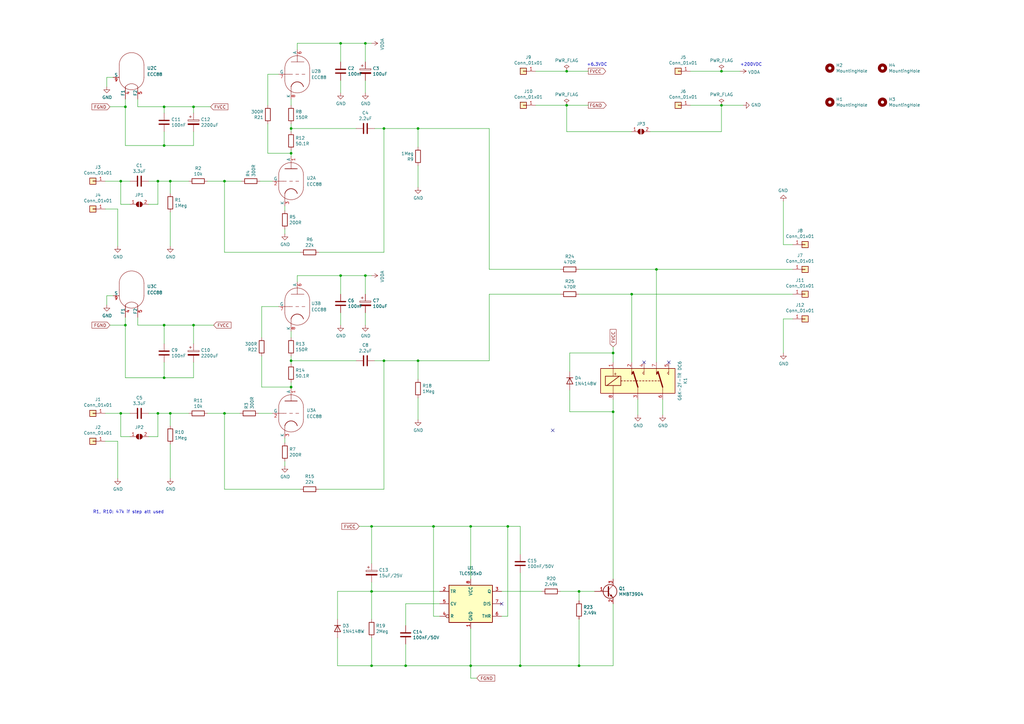
<source format=kicad_sch>
(kicad_sch (version 20230121) (generator eeschema)
  (paper "A3")
  (title_block (title "SRPP+ Pre-Amp ECC88/E88CC") (date "2023-02-06") (rev "V4"))
  (lib_symbols
    (symbol "Connector_Generic:Conn_01x01" (pin_names (offset 1.016) hide)
      (property "Reference" "J" (at 0 2.54 0))
      (property "Value" "Conn_01x01" (at 0 -2.54 0))
      (symbol "Conn_01x01_1_1"
        (rectangle (start -1.27 0.127) (end 0 -0.127) (stroke (width 0.1524)))
        (rectangle (start -1.27 1.27) (end 1.27 -1.27) (stroke (width 0.254)) (fill (type background)))
        (pin passive line (at -5.08 0 0) (length 3.81) (name "Pin_1") (number "1"))
      )
    )
    (symbol "Device:C" (pin_numbers hide) (pin_names (offset 0.254))
      (property "Reference" "C" (at 0.635 2.54 0))
      (property "Value" "C" (at 0.635 -2.54 0))
      (symbol "C_0_1"
        (polyline (pts (xy -2.032 -0.762) (xy 2.032 -0.762)) (stroke (width 0.508)))
        (polyline (pts (xy -2.032 0.762) (xy 2.032 0.762)) (stroke (width 0.508)))
      )
      (symbol "C_1_1"
        (pin passive line (at 0 3.81 270) (length 2.794) (name "~") (number "1"))
        (pin passive line (at 0 -3.81 90) (length 2.794) (name "~") (number "2"))
      )
    )
    (symbol "Device:C_Polarized" (pin_numbers hide) (pin_names (offset 0.254))
      (property "Reference" "C" (at 0.635 2.54 0))
      (property "Value" "C_Polarized" (at 0.635 -2.54 0))
      (symbol "C_Polarized_0_1"
        (rectangle (start -2.286 0.508) (end 2.286 1.016))
        (polyline (pts (xy -1.778 2.286) (xy -0.762 2.286)))
        (polyline (pts (xy -1.27 2.794) (xy -1.27 1.778)))
        (rectangle (start 2.286 -0.508) (end -2.286 -1.016) (fill (type outline)))
      )
      (symbol "C_Polarized_1_1"
        (pin passive line (at 0 3.81 270) (length 2.794) (name "~") (number "1"))
        (pin passive line (at 0 -3.81 90) (length 2.794) (name "~") (number "2"))
      )
    )
    (symbol "Device:R" (pin_numbers hide) (pin_names (offset 0))
      (property "Reference" "R" (at 2.032 0 90))
      (property "Value" "R" (at 0 0 90))
      (symbol "R_0_1"
        (rectangle (start -1.016 -2.54) (end 1.016 2.54) (stroke (width 0.254)))
      )
      (symbol "R_1_1"
        (pin passive line (at 0 3.81 270) (length 1.27) (name "~") (number "1"))
        (pin passive line (at 0 -3.81 90) (length 1.27) (name "~") (number "2"))
      )
    )
    (symbol "Diode:1N4148W" (pin_numbers hide) (pin_names (offset 1.016) hide)
      (property "Reference" "D" (at 0 2.54 0))
      (property "Value" "1N4148W" (at 0 -2.54 0))
      (symbol "1N4148W_0_1"
        (polyline (pts (xy -1.27 1.27) (xy -1.27 -1.27)) (stroke (width 0.254)))
        (polyline (pts (xy 1.27 0) (xy -1.27 0)))
        (polyline (pts (xy 1.27 1.27) (xy 1.27 -1.27) (xy -1.27 0) (xy 1.27 1.27)) (stroke (width 0.254)))
      )
      (symbol "1N4148W_1_1"
        (pin passive line (at -3.81 0 0) (length 2.54) (name "K") (number "1"))
        (pin passive line (at 3.81 0 180) (length 2.54) (name "A") (number "2"))
      )
    )
    (symbol "Jumper:SolderJumper_2_Open" (pin_names (offset 0) hide)
      (property "Reference" "JP" (at 0 2.032 0))
      (property "Value" "SolderJumper_2_Open" (at 0 -2.54 0))
      (symbol "SolderJumper_2_Open_0_1"
        (arc (start -0.254 1.016) (mid -1.2656 0) (end -0.254 -1.016))
        (arc (start -0.254 1.016) (mid -1.2656 0) (end -0.254 -1.016) (fill (type outline)))
        (polyline (pts (xy -0.254 1.016) (xy -0.254 -1.016)))
        (polyline (pts (xy 0.254 1.016) (xy 0.254 -1.016)))
        (arc (start 0.254 -1.016) (mid 1.2656 0) (end 0.254 1.016))
        (arc (start 0.254 -1.016) (mid 1.2656 0) (end 0.254 1.016) (fill (type outline)))
      )
      (symbol "SolderJumper_2_Open_1_1"
        (pin passive line (at -3.81 0 0) (length 2.54) (name "A") (number "1"))
        (pin passive line (at 3.81 0 180) (length 2.54) (name "B") (number "2"))
      )
    )
    (symbol "Mechanical:MountingHole" (pin_names (offset 1.016))
      (property "Reference" "H" (at 0 5.08 0))
      (property "Value" "MountingHole" (at 0 3.175 0))
      (symbol "MountingHole_0_1"
        (circle (center 0 0) (radius 1.27) (stroke (width 1.27)))
      )
    )
    (symbol "Relay:G6K-2"
      (property "Reference" "K" (at 16.51 3.81 0))
      (property "Value" "G6K-2" (at 16.51 1.27 0))
      (symbol "G6K-2_0_0"
        (text "+" (at -9.271 2.921 0) (effects (font (size 1.27 1.27))))
      )
      (symbol "G6K-2_0_1"
        (rectangle (start -15.24 5.08) (end 15.24 -5.08) (stroke (width 0.254)) (fill (type background)))
        (rectangle (start -13.335 1.905) (end -6.985 -1.905) (stroke (width 0.254)))
        (polyline (pts (xy -12.7 -1.905) (xy -7.62 1.905)) (stroke (width 0.254)))
        (polyline (pts (xy -10.16 -5.08) (xy -10.16 -1.905)))
        (polyline (pts (xy -10.16 5.08) (xy -10.16 1.905)))
        (polyline (pts (xy -6.985 0) (xy -6.35 0)) (stroke (width 0.254)))
        (polyline (pts (xy -5.715 0) (xy -5.08 0)) (stroke (width 0.254)))
        (polyline (pts (xy -4.445 0) (xy -3.81 0)) (stroke (width 0.254)))
        (polyline (pts (xy -3.175 0) (xy -2.54 0)) (stroke (width 0.254)))
        (polyline (pts (xy -1.905 0) (xy -1.27 0)) (stroke (width 0.254)))
        (polyline (pts (xy -0.635 0) (xy 0 0)) (stroke (width 0.254)))
        (polyline (pts (xy 0 -2.54) (xy -1.905 3.81)) (stroke (width 0.508)))
        (polyline (pts (xy 0 -2.54) (xy 0 -5.08)))
        (polyline (pts (xy 0.635 0) (xy 1.27 0)) (stroke (width 0.254)))
        (polyline (pts (xy 1.905 0) (xy 2.54 0)) (stroke (width 0.254)))
        (polyline (pts (xy 3.175 0) (xy 3.81 0)) (stroke (width 0.254)))
        (polyline (pts (xy 4.445 0) (xy 5.08 0)) (stroke (width 0.254)))
        (polyline (pts (xy 5.715 0) (xy 6.35 0)) (stroke (width 0.254)))
        (polyline (pts (xy 6.985 0) (xy 7.62 0)) (stroke (width 0.254)))
        (polyline (pts (xy 8.255 0) (xy 8.89 0)) (stroke (width 0.254)))
        (polyline (pts (xy 10.16 -2.54) (xy 8.255 3.81)) (stroke (width 0.508)))
        (polyline (pts (xy 10.16 -2.54) (xy 10.16 -5.08)))
        (polyline (pts (xy -2.54 5.08) (xy -2.54 2.54) (xy -1.905 3.175) (xy -2.54 3.81)) (fill (type outline)))
        (polyline (pts (xy 2.54 5.08) (xy 2.54 2.54) (xy 1.905 3.175) (xy 2.54 3.81)))
        (polyline (pts (xy 7.62 5.08) (xy 7.62 2.54) (xy 8.255 3.175) (xy 7.62 3.81)) (fill (type outline)))
        (polyline (pts (xy 12.7 5.08) (xy 12.7 2.54) (xy 12.065 3.175) (xy 12.7 3.81)))
      )
      (symbol "G6K-2_1_1"
        (pin passive line (at -10.16 7.62 270) (length 2.54) (name "~") (number "1"))
        (pin passive line (at -2.54 7.62 270) (length 2.54) (name "~") (number "2"))
        (pin passive line (at 0 -7.62 90) (length 2.54) (name "~") (number "3"))
        (pin passive line (at 2.54 7.62 270) (length 2.54) (name "~") (number "4"))
        (pin passive line (at 12.7 7.62 270) (length 2.54) (name "~") (number "5"))
        (pin passive line (at 10.16 -7.62 90) (length 2.54) (name "~") (number "6"))
        (pin passive line (at 7.62 7.62 270) (length 2.54) (name "~") (number "7"))
        (pin passive line (at -10.16 -7.62 90) (length 2.54) (name "~") (number "8"))
      )
    )
    (symbol "Timer:TLC555xD"
      (property "Reference" "U" (at -10.16 8.89 0))
      (property "Value" "TLC555xD" (at 2.54 8.89 0))
      (symbol "TLC555xD_0_0"
        (pin power_in line (at 0 -10.16 90) (length 2.54) (name "GND") (number "1"))
        (pin power_in line (at 0 10.16 270) (length 2.54) (name "VCC") (number "8"))
      )
      (symbol "TLC555xD_0_1"
        (rectangle (start -8.89 -7.62) (end 8.89 7.62) (stroke (width 0.254)) (fill (type background)))
        (rectangle (start -8.89 -7.62) (end 8.89 7.62) (stroke (width 0.254)) (fill (type background)))
      )
      (symbol "TLC555xD_1_1"
        (pin input line (at -12.7 5.08 0) (length 3.81) (name "TR") (number "2"))
        (pin output line (at 12.7 5.08 180) (length 3.81) (name "Q") (number "3"))
        (pin input inverted (at -12.7 -5.08 0) (length 3.81) (name "R") (number "4"))
        (pin input line (at -12.7 0 0) (length 3.81) (name "CV") (number "5"))
        (pin input line (at 12.7 -5.08 180) (length 3.81) (name "THR") (number "6"))
        (pin input line (at 12.7 0 180) (length 3.81) (name "DIS") (number "7"))
      )
    )
    (symbol "Transistor_BJT:MMBT3904" (pin_names (offset 0) hide)
      (property "Reference" "Q" (at 5.08 1.905 0))
      (property "Value" "MMBT3904" (at 5.08 0 0))
      (symbol "MMBT3904_0_1"
        (polyline (pts (xy 0.635 0.635) (xy 2.54 2.54)))
        (polyline (pts (xy 0.635 -0.635) (xy 2.54 -2.54) (xy 2.54 -2.54)))
        (polyline (pts (xy 0.635 1.905) (xy 0.635 -1.905) (xy 0.635 -1.905)) (stroke (width 0.508)))
        (polyline (pts (xy 1.27 -1.778) (xy 1.778 -1.27) (xy 2.286 -2.286) (xy 1.27 -1.778) (xy 1.27 -1.778)) (fill (type outline)))
        (circle (center 1.27 0) (radius 2.8194) (stroke (width 0.254)))
      )
      (symbol "MMBT3904_1_1"
        (pin input line (at -5.08 0 0) (length 5.715) (name "B") (number "1"))
        (pin passive line (at 2.54 -5.08 90) (length 2.54) (name "E") (number "2"))
        (pin passive line (at 2.54 5.08 270) (length 2.54) (name "C") (number "3"))
      )
    )
    (symbol "kicad-snk:ECC88-Shield" (pin_names (offset 0))
      (property "Reference" "U" (at 4.318 7.112 0))
      (property "Value" "ECC88-Shield" (at 5.08 -7.62 0))
      (symbol "ECC88-Shield_0_1"
        (arc (start -5.08 -2.54) (mid 0 -7.5979) (end 5.08 -2.54))
        (polyline (pts (xy -5.08 0) (xy -5.08 -2.54)))
        (polyline (pts (xy -5.08 2.54) (xy -5.08 0)))
        (polyline (pts (xy 5.08 2.54) (xy 5.08 -2.54)))
        (arc (start 5.08 2.54) (mid 0 7.5979) (end -5.08 2.54))
      )
      (symbol "ECC88-Shield_1_0"
        (polyline (pts (xy -2.54 -5.08) (xy -2.54 -7.62)))
        (polyline (pts (xy 0 5.08) (xy 0 7.62)))
      )
      (symbol "ECC88-Shield_1_1"
        (polyline (pts (xy -5.08 0) (xy -3.175 0)))
        (polyline (pts (xy -1.905 0) (xy -3.175 0)) (stroke (width 0.1524)))
        (polyline (pts (xy -0.635 0) (xy 0.635 0)) (stroke (width 0.1524)))
        (polyline (pts (xy 1.905 0) (xy 3.175 0)) (stroke (width 0.1524)))
        (polyline (pts (xy -2.54 5.08) (xy 2.54 5.08) (xy 2.54 5.08)) (stroke (width 0.254)))
        (arc (start 2.54 -5.08) (mid 0 -3.0968) (end -2.54 -5.08) (stroke (width 0.254)))
        (pin output line (at 0 10.16 270) (length 2.54) (name "A") (number "1"))
        (pin input line (at -7.62 0 0) (length 2.54) (name "G") (number "2"))
        (pin bidirectional line (at -2.54 -10.16 90) (length 2.54) (name "K") (number "3"))
      )
      (symbol "ECC88-Shield_2_0"
        (polyline (pts (xy -5.08 0) (xy -3.175 0)))
        (polyline (pts (xy -2.54 -5.08) (xy -2.54 -7.62)))
        (polyline (pts (xy -1.905 0) (xy -3.175 0)) (stroke (width 0.1524)))
        (polyline (pts (xy -0.635 0) (xy 0.635 0)) (stroke (width 0.1524)))
        (polyline (pts (xy 0 5.08) (xy 0 7.62)))
        (polyline (pts (xy 1.905 0) (xy 3.175 0)) (stroke (width 0.1524)))
        (polyline (pts (xy 2.794 5.08) (xy -2.54 5.08) (xy -2.54 5.08)) (stroke (width 0.1524)))
      )
      (symbol "ECC88-Shield_2_1"
        (arc (start 2.54 -5.08) (mid 0 -3.0968) (end -2.54 -5.08) (stroke (width 0.254)))
        (pin output line (at 0 10.16 270) (length 2.54) (name "A") (number "6"))
        (pin input line (at -7.62 0 0) (length 2.54) (name "G") (number "7"))
        (pin bidirectional line (at -2.54 -10.16 90) (length 2.54) (name "K") (number "8"))
      )
      (symbol "ECC88-Shield_3_1"
        (arc (start 2.54 -6.35) (mid 0 -5.1292) (end -2.54 -6.35))
        (pin power_in line (at -2.54 -11.43 90) (length 5.08) (name "F1") (number "4"))
        (pin power_in line (at 2.54 -11.43 90) (length 5.08) (name "F2") (number "5"))
        (pin passive line (at -7.62 -2.54 0) (length 2.54) (name "S") (number "9"))
      )
    )
    (symbol "power:GND" (power) (pin_names (offset 0))
      (property "Value" "GND" (at 0 -3.81 0))
      (symbol "GND_0_1"
        (polyline (pts (xy 0 0) (xy 0 -1.27) (xy 1.27 -1.27) (xy 0 -2.54) (xy -1.27 -1.27) (xy 0 -1.27)))
      )
      (symbol "GND_1_1"
        (pin power_in line (at 0 0 270) (length 0) hide (name "GND") (number "1"))
      )
    )
    (symbol "power:PWR_FLAG" (power) (pin_numbers hide) (pin_names (offset 0) hide)
      (property "Value" "PWR_FLAG" (at 0 3.81 0))
      (symbol "PWR_FLAG_0_0"
        (pin power_out line (at 0 0 90) (length 0) (name "pwr") (number "1"))
      )
      (symbol "PWR_FLAG_0_1"
        (polyline (pts (xy 0 0) (xy 0 1.27) (xy -1.016 1.905) (xy 0 2.54) (xy 1.016 1.905) (xy 0 1.27)))
      )
    )
    (symbol "power:VDDA" (power) (pin_names (offset 0))
      (property "Value" "VDDA" (at 0 3.81 0))
      (symbol "VDDA_0_1"
        (polyline (pts (xy -0.762 1.27) (xy 0 2.54)))
        (polyline (pts (xy 0 0) (xy 0 2.54)))
        (polyline (pts (xy 0 2.54) (xy 0.762 1.27)))
      )
      (symbol "VDDA_1_1"
        (pin power_in line (at 0 0 90) (length 0) hide (name "VDDA") (number "1"))
      )
    )
  )
  (junction (at 193.04 215.9))
  (junction (at 67.31 154.94))
  (junction (at 237.49 273.05))
  (junction (at 79.375 43.815))
  (junction (at 119.38 147.955))
  (junction (at 64.77 74.295))
  (junction (at 152.4 273.05))
  (junction (at 51.435 43.815))
  (junction (at 251.46 144.78))
  (junction (at 295.91 43.18))
  (junction (at 251.46 168.91))
  (junction (at 69.85 74.295))
  (junction (at 193.04 273.05))
  (junction (at 177.8 215.9))
  (junction (at 152.4 242.57))
  (junction (at 67.31 133.35))
  (junction (at 67.31 43.815))
  (junction (at 139.7 17.78))
  (junction (at 232.41 43.18))
  (junction (at 295.91 29.21))
  (junction (at 67.31 59.69))
  (junction (at 79.375 133.35))
  (junction (at 152.4 215.9))
  (junction (at 171.45 147.955))
  (junction (at 157.48 52.705))
  (junction (at 49.53 74.295))
  (junction (at 269.24 110.49))
  (junction (at 92.075 169.545))
  (junction (at 208.28 215.9))
  (junction (at 171.45 52.705))
  (junction (at 49.53 169.545))
  (junction (at 119.38 158.75))
  (junction (at 51.435 133.35))
  (junction (at 119.38 62.865))
  (junction (at 232.41 29.21))
  (junction (at 237.49 242.57))
  (junction (at 259.08 120.65))
  (junction (at 213.36 273.05))
  (junction (at 157.48 147.955))
  (junction (at 149.86 113.03))
  (junction (at 139.7 113.03))
  (junction (at 92.075 74.295))
  (junction (at 119.38 52.705))
  (junction (at 166.37 273.05))
  (junction (at 64.77 169.545))
  (junction (at 149.86 17.78))
  (junction (at 69.85 169.545))
  (no_connect (at 264.16 148.59))
  (no_connect (at 274.32 148.59))
  (no_connect (at 226.695 176.53))
  (no_connect (at 205.74 247.65))
  (wire (pts (xy 43.815 121.285) (xy 46.355 121.285)))
  (wire (pts (xy 232.41 53.975) (xy 232.41 43.18)))
  (wire (pts (xy 259.08 53.975) (xy 232.41 53.975)))
  (wire (pts (xy 157.48 52.705) (xy 153.67 52.705)))
  (wire (pts (xy 60.96 83.82) (xy 64.77 83.82)))
  (wire (pts (xy 49.53 169.545) (xy 53.34 169.545)))
  (wire (pts (xy 138.43 273.05) (xy 138.43 261.62)))
  (wire (pts (xy 208.28 252.73) (xy 208.28 215.9)))
  (wire (pts (xy 193.04 273.05) (xy 193.04 278.13)))
  (wire (pts (xy 92.075 169.545) (xy 98.425 169.545)))
  (wire (pts (xy 213.36 227.33) (xy 213.36 215.9)))
  (wire (pts (xy 233.68 152.4) (xy 233.68 144.78)))
  (wire (pts (xy 119.38 52.705) (xy 119.38 53.975)))
  (wire (pts (xy 85.09 169.545) (xy 92.075 169.545)))
  (wire (pts (xy 149.86 113.03) (xy 149.86 120.65)))
  (wire (pts (xy 213.36 273.05) (xy 193.04 273.05)))
  (wire (pts (xy 321.31 144.78) (xy 321.31 130.81)))
  (wire (pts (xy 106.68 74.295) (xy 111.76 74.295)))
  (wire (pts (xy 64.77 74.295) (xy 60.96 74.295)))
  (wire (pts (xy 139.7 17.78) (xy 149.86 17.78)))
  (wire (pts (xy 79.375 53.975) (xy 79.375 59.69)))
  (wire (pts (xy 213.36 234.95) (xy 213.36 273.05)))
  (wire (pts (xy 153.67 147.955) (xy 157.48 147.955)))
  (wire (pts (xy 119.38 62.865) (xy 119.38 64.135)))
  (wire (pts (xy 321.31 100.33) (xy 321.31 82.55)))
  (wire (pts (xy 321.31 130.81) (xy 325.12 130.81)))
  (wire (pts (xy 67.31 154.94) (xy 67.31 148.59)))
  (wire (pts (xy 139.7 38.1) (xy 139.7 33.02)))
  (wire (pts (xy 43.815 35.56) (xy 43.815 31.75)))
  (wire (pts (xy 109.855 30.48) (xy 114.3 30.48)))
  (wire (pts (xy 180.34 247.65) (xy 166.37 247.65)))
  (wire (pts (xy 237.49 273.05) (xy 213.36 273.05)))
  (wire (pts (xy 67.31 53.975) (xy 67.31 59.69)))
  (wire (pts (xy 69.85 169.545) (xy 64.77 169.545)))
  (wire (pts (xy 53.34 179.07) (xy 49.53 179.07)))
  (wire (pts (xy 157.48 147.955) (xy 157.48 200.66)))
  (wire (pts (xy 85.09 74.295) (xy 92.075 74.295)))
  (wire (pts (xy 51.435 154.94) (xy 67.31 154.94)))
  (wire (pts (xy 237.49 242.57) (xy 229.87 242.57)))
  (wire (pts (xy 116.84 189.23) (xy 116.84 191.135)))
  (wire (pts (xy 200.66 110.49) (xy 200.66 52.705)))
  (wire (pts (xy 92.075 74.295) (xy 99.06 74.295)))
  (wire (pts (xy 67.31 43.815) (xy 79.375 43.815)))
  (wire (pts (xy 219.71 43.18) (xy 232.41 43.18)))
  (wire (pts (xy 139.7 113.03) (xy 149.86 113.03)))
  (wire (pts (xy 266.7 53.975) (xy 295.91 53.975)))
  (wire (pts (xy 77.47 74.295) (xy 69.85 74.295)))
  (wire (pts (xy 139.7 120.65) (xy 139.7 113.03)))
  (wire (pts (xy 171.45 60.325) (xy 171.45 52.705)))
  (wire (pts (xy 149.86 133.35) (xy 149.86 128.27)))
  (wire (pts (xy 107.315 146.05) (xy 107.315 158.75)))
  (wire (pts (xy 51.435 43.815) (xy 51.435 59.69)))
  (wire (pts (xy 119.38 147.955) (xy 119.38 149.225)))
  (wire (pts (xy 121.92 115.57) (xy 121.92 113.03)))
  (wire (pts (xy 295.91 29.21) (xy 283.21 29.21)))
  (wire (pts (xy 195.58 278.13) (xy 193.04 278.13)))
  (wire (pts (xy 152.4 242.57) (xy 152.4 254)))
  (wire (pts (xy 177.8 252.73) (xy 177.8 215.9)))
  (wire (pts (xy 119.38 147.955) (xy 146.05 147.955)))
  (wire (pts (xy 193.04 257.81) (xy 193.04 273.05)))
  (wire (pts (xy 130.81 103.505) (xy 157.48 103.505)))
  (wire (pts (xy 64.77 179.07) (xy 64.77 169.545)))
  (wire (pts (xy 69.85 174.625) (xy 69.85 169.545)))
  (wire (pts (xy 303.53 29.21) (xy 295.91 29.21)))
  (wire (pts (xy 251.46 163.83) (xy 251.46 168.91)))
  (wire (pts (xy 251.46 144.78) (xy 251.46 142.24)))
  (wire (pts (xy 157.48 52.705) (xy 171.45 52.705)))
  (wire (pts (xy 79.375 140.97) (xy 79.375 133.35)))
  (wire (pts (xy 56.515 133.35) (xy 67.31 133.35)))
  (wire (pts (xy 243.84 242.57) (xy 237.49 242.57)))
  (wire (pts (xy 67.31 43.815) (xy 67.31 46.355)))
  (wire (pts (xy 119.105 147.955) (xy 119.38 147.955)))
  (wire (pts (xy 51.435 154.94) (xy 51.435 133.35)))
  (wire (pts (xy 51.435 133.35) (xy 51.435 130.175)))
  (wire (pts (xy 205.74 242.57) (xy 222.25 242.57)))
  (wire (pts (xy 45.085 133.35) (xy 51.435 133.35)))
  (wire (pts (xy 251.46 247.65) (xy 251.46 273.05)))
  (wire (pts (xy 233.68 168.91) (xy 251.46 168.91)))
  (wire (pts (xy 48.26 85.725) (xy 43.18 85.725)))
  (wire (pts (xy 237.49 120.65) (xy 259.08 120.65)))
  (wire (pts (xy 67.31 154.94) (xy 79.375 154.94)))
  (wire (pts (xy 138.43 242.57) (xy 138.43 254)))
  (wire (pts (xy 43.815 31.75) (xy 46.355 31.75)))
  (wire (pts (xy 149.86 113.03) (xy 152.4 113.03)))
  (wire (pts (xy 56.515 43.815) (xy 56.515 40.64)))
  (wire (pts (xy 49.53 83.82) (xy 49.53 74.295)))
  (wire (pts (xy 157.48 200.66) (xy 130.81 200.66)))
  (wire (pts (xy 119.38 40.64) (xy 119.38 43.18)))
  (wire (pts (xy 123.19 200.66) (xy 92.075 200.66)))
  (wire (pts (xy 149.86 17.78) (xy 152.4 17.78)))
  (wire (pts (xy 269.24 148.59) (xy 269.24 110.49)))
  (wire (pts (xy 106.045 169.545) (xy 111.76 169.545)))
  (wire (pts (xy 152.4 273.05) (xy 138.43 273.05)))
  (wire (pts (xy 171.45 67.945) (xy 171.45 76.835)))
  (wire (pts (xy 259.08 148.59) (xy 259.08 120.65)))
  (wire (pts (xy 213.36 215.9) (xy 208.28 215.9)))
  (wire (pts (xy 60.96 179.07) (xy 64.77 179.07)))
  (wire (pts (xy 237.49 246.38) (xy 237.49 242.57)))
  (wire (pts (xy 149.86 38.1) (xy 149.86 33.02)))
  (wire (pts (xy 200.66 120.65) (xy 229.87 120.65)))
  (wire (pts (xy 114.3 125.73) (xy 107.315 125.73)))
  (wire (pts (xy 69.85 79.375) (xy 69.85 74.295)))
  (wire (pts (xy 69.85 100.965) (xy 69.85 86.995)))
  (wire (pts (xy 43.18 169.545) (xy 49.53 169.545)))
  (wire (pts (xy 121.92 113.03) (xy 139.7 113.03)))
  (wire (pts (xy 193.04 273.05) (xy 166.37 273.05)))
  (wire (pts (xy 107.315 158.75) (xy 119.38 158.75)))
  (wire (pts (xy 79.375 59.69) (xy 67.31 59.69)))
  (wire (pts (xy 283.21 43.18) (xy 295.91 43.18)))
  (wire (pts (xy 157.48 147.955) (xy 171.45 147.955)))
  (wire (pts (xy 116.84 84.455) (xy 116.84 86.36)))
  (wire (pts (xy 251.46 148.59) (xy 251.46 144.78)))
  (wire (pts (xy 171.45 155.575) (xy 171.45 147.955)))
  (wire (pts (xy 166.37 273.05) (xy 166.37 264.16)))
  (wire (pts (xy 116.84 93.98) (xy 116.84 95.885)))
  (wire (pts (xy 109.855 50.8) (xy 109.855 62.865)))
  (wire (pts (xy 232.41 29.21) (xy 241.3 29.21)))
  (wire (pts (xy 200.66 52.705) (xy 171.45 52.705)))
  (wire (pts (xy 109.855 62.865) (xy 119.38 62.865)))
  (wire (pts (xy 152.4 242.57) (xy 152.4 238.76)))
  (wire (pts (xy 121.92 20.32) (xy 121.92 17.78)))
  (wire (pts (xy 119.38 52.705) (xy 146.05 52.705)))
  (wire (pts (xy 43.18 74.295) (xy 49.53 74.295)))
  (wire (pts (xy 107.315 125.73) (xy 107.315 138.43)))
  (wire (pts (xy 295.91 43.18) (xy 304.8 43.18)))
  (wire (pts (xy 233.68 160.02) (xy 233.68 168.91)))
  (wire (pts (xy 139.7 25.4) (xy 139.7 17.78)))
  (wire (pts (xy 119.38 156.845) (xy 119.38 158.75)))
  (wire (pts (xy 69.85 196.215) (xy 69.85 182.245)))
  (wire (pts (xy 269.24 110.49) (xy 325.12 110.49)))
  (wire (pts (xy 259.08 120.65) (xy 325.12 120.65)))
  (wire (pts (xy 64.77 83.82) (xy 64.77 74.295)))
  (wire (pts (xy 48.26 100.965) (xy 48.26 85.725)))
  (wire (pts (xy 119.38 146.05) (xy 119.38 147.955)))
  (wire (pts (xy 157.48 52.705) (xy 157.48 103.505)))
  (wire (pts (xy 51.435 59.69) (xy 67.31 59.69)))
  (wire (pts (xy 56.515 43.815) (xy 67.31 43.815)))
  (wire (pts (xy 200.66 120.65) (xy 200.66 147.955)))
  (wire (pts (xy 49.53 74.295) (xy 53.34 74.295)))
  (wire (pts (xy 193.04 215.9) (xy 177.8 215.9)))
  (wire (pts (xy 152.4 231.14) (xy 152.4 215.9)))
  (wire (pts (xy 79.375 43.815) (xy 86.36 43.815)))
  (wire (pts (xy 251.46 168.91) (xy 251.46 237.49)))
  (wire (pts (xy 208.28 215.9) (xy 193.04 215.9)))
  (wire (pts (xy 180.34 242.57) (xy 152.4 242.57)))
  (wire (pts (xy 119.38 135.89) (xy 119.38 138.43)))
  (wire (pts (xy 48.26 180.975) (xy 43.18 180.975)))
  (wire (pts (xy 261.62 170.18) (xy 261.62 163.83)))
  (wire (pts (xy 232.41 29.21) (xy 219.71 29.21)))
  (wire (pts (xy 92.075 200.66) (xy 92.075 169.545)))
  (wire (pts (xy 67.31 133.35) (xy 79.375 133.35)))
  (wire (pts (xy 271.78 170.18) (xy 271.78 163.83)))
  (wire (pts (xy 166.37 273.05) (xy 152.4 273.05)))
  (wire (pts (xy 232.41 43.18) (xy 241.3 43.18)))
  (wire (pts (xy 233.68 144.78) (xy 251.46 144.78)))
  (wire (pts (xy 147.32 215.9) (xy 152.4 215.9)))
  (wire (pts (xy 51.435 43.815) (xy 51.435 40.64)))
  (wire (pts (xy 109.855 43.18) (xy 109.855 30.48)))
  (wire (pts (xy 92.075 103.505) (xy 92.075 74.295)))
  (wire (pts (xy 53.34 83.82) (xy 49.53 83.82)))
  (wire (pts (xy 149.86 17.78) (xy 149.86 25.4)))
  (wire (pts (xy 79.375 154.94) (xy 79.375 148.59)))
  (wire (pts (xy 251.46 273.05) (xy 237.49 273.05)))
  (wire (pts (xy 152.4 273.05) (xy 152.4 261.62)))
  (wire (pts (xy 79.375 133.35) (xy 87.63 133.35)))
  (wire (pts (xy 79.375 43.815) (xy 79.375 46.355)))
  (wire (pts (xy 152.4 215.9) (xy 177.8 215.9)))
  (wire (pts (xy 77.47 169.545) (xy 69.85 169.545)))
  (wire (pts (xy 295.91 53.975) (xy 295.91 43.18)))
  (wire (pts (xy 119.38 61.595) (xy 119.38 62.865)))
  (wire (pts (xy 237.49 110.49) (xy 269.24 110.49)))
  (wire (pts (xy 48.26 196.215) (xy 48.26 180.975)))
  (wire (pts (xy 200.66 147.955) (xy 171.45 147.955)))
  (wire (pts (xy 171.45 172.085) (xy 171.45 163.195)))
  (wire (pts (xy 200.66 110.49) (xy 229.87 110.49)))
  (wire (pts (xy 152.4 242.57) (xy 138.43 242.57)))
  (wire (pts (xy 123.19 103.505) (xy 92.075 103.505)))
  (wire (pts (xy 64.77 169.545) (xy 60.96 169.545)))
  (wire (pts (xy 49.53 179.07) (xy 49.53 169.545)))
  (wire (pts (xy 45.085 43.815) (xy 51.435 43.815)))
  (wire (pts (xy 69.85 74.295) (xy 64.77 74.295)))
  (wire (pts (xy 205.74 252.73) (xy 208.28 252.73)))
  (wire (pts (xy 67.31 140.97) (xy 67.31 133.35)))
  (wire (pts (xy 119.38 50.8) (xy 119.38 52.705)))
  (wire (pts (xy 193.04 237.49) (xy 193.04 215.9)))
  (wire (pts (xy 119.38 158.75) (xy 119.38 159.385)))
  (wire (pts (xy 121.92 17.78) (xy 139.7 17.78)))
  (wire (pts (xy 43.815 125.095) (xy 43.815 121.285)))
  (wire (pts (xy 116.84 179.705) (xy 116.84 181.61)))
  (wire (pts (xy 325.12 100.33) (xy 321.31 100.33)))
  (wire (pts (xy 56.515 133.35) (xy 56.515 130.175)))
  (wire (pts (xy 180.34 252.73) (xy 177.8 252.73)))
  (wire (pts (xy 237.49 254) (xy 237.49 273.05)))
  (wire (pts (xy 139.7 133.35) (xy 139.7 128.27)))
  (wire (pts (xy 166.37 247.65) (xy 166.37 256.54)))
  (text "+6.3VDC" (at 240.665 27.305 0) (effects (font (size 1.27 1.27)) (justify left bottom)))
  (text "+200VDC" (at 303.53 27.305 0) (effects (font (size 1.27 1.27)) (justify left bottom)))
  (text "R1, R10: 47k if step att used" (at 38.1 210.82 0) (effects (font (size 1.27 1.27)) (justify left bottom)))
  (global_label "FGND" (shape output) (at 241.3 43.18 0) (property "Intersheetrefs" "${INTERSHEET_REFS}" (effects hide)))
  (global_label "FVCC" (shape output) (at 241.3 29.21 0) (property "Intersheetrefs" "${INTERSHEET_REFS}" (effects hide)))
  (global_label "FVCC" (shape input) (at 147.32 215.9 180) (property "Intersheetrefs" "${INTERSHEET_REFS}" (effects hide)))
  (global_label "FGND" (shape input) (at 45.085 133.35 180) (property "Intersheetrefs" "${INTERSHEET_REFS}" (effects hide)))
  (global_label "FGND" (shape input) (at 195.58 278.13 0) (property "Intersheetrefs" "${INTERSHEET_REFS}" (effects hide)))
  (global_label "FGND" (shape input) (at 45.085 43.815 180) (property "Intersheetrefs" "${INTERSHEET_REFS}" (effects hide)))
  (global_label "FVCC" (shape input) (at 251.46 142.24 90) (property "Intersheetrefs" "${INTERSHEET_REFS}" (effects hide)))
  (global_label "FVCC" (shape input) (at 86.36 43.815 0) (property "Intersheetrefs" "${INTERSHEET_REFS}" (effects hide)))
  (global_label "FVCC" (shape input) (at 87.63 133.35 0) (property "Intersheetrefs" "${INTERSHEET_REFS}" (effects hide)))
  (symbol (lib_id "Device:R") (at 81.28 74.295 270) (unit 1)
    (property "Reference" "R2" (at 81.28 69.0372 90))
    (property "Value" "10k" (at 81.28 71.3486 90))
    (property "Footprint" "Resistor_SMD:R_MELF_MMB-0207" (effects hide))
  )
  (symbol (lib_id "Device:R") (at 69.85 83.185 0) (unit 1)
    (property "Reference" "R1" (at 71.628 82.0166 0) (effects (justify left)))
    (property "Value" "1Meg" (at 71.628 84.328 0) (effects (justify left)))
    (property "Footprint" "Resistor_SMD:R_MELF_MMB-0207" (effects hide))
  )
  (symbol (lib_id "Connector_Generic:Conn_01x01") (at 38.1 74.295 180) (unit 1)
    (property "Reference" "J3" (at 40.1828 68.58 0))
    (property "Value" "Conn_01x01" (at 40.1828 70.8914 0))
    (property "Footprint" "Connector_Pin:Pin_D1.0mm_L10.0mm" (effects hide))
  )
  (symbol (lib_id "Connector_Generic:Conn_01x01") (at 38.1 85.725 180) (unit 1)
    (property "Reference" "J4" (at 40.1828 80.01 0))
    (property "Value" "Conn_01x01" (at 40.1828 82.3214 0))
    (property "Footprint" "Connector_Pin:Pin_D1.0mm_L10.0mm" (effects hide))
  )
  (symbol (lib_id "Connector_Generic:Conn_01x01") (at 278.13 29.21 180) (unit 1)
    (property "Reference" "J5" (at 280.2128 23.495 0))
    (property "Value" "Conn_01x01" (at 280.2128 25.8064 0))
    (property "Footprint" "Connector_Pin:Pin_D1.3mm_L11.0mm" (effects hide))
  )
  (symbol (lib_id "Connector_Generic:Conn_01x01") (at 278.13 43.18 180) (unit 1)
    (property "Reference" "J6" (at 280.2128 37.465 0))
    (property "Value" "Conn_01x01" (at 280.2128 39.7764 0))
    (property "Footprint" "Connector_Pin:Pin_D1.3mm_L11.0mm" (effects hide))
  )
  (symbol (lib_id "Device:C") (at 57.15 74.295 270) (unit 1)
    (property "Reference" "C1" (at 57.15 67.8942 90))
    (property "Value" "3.3uF" (at 57.15 70.2056 90))
    (property "Footprint" "Capacitor_THT:C_Rect_L7.2mm_W7.2mm_P5.00mm_FKS2_FKP2_MKS2_MKP2" (effects hide))
  )
  (symbol (lib_id "Mechanical:MountingHole") (at 340.36 27.94 0) (unit 1)
    (property "Reference" "H2" (at 342.9 26.7716 0) (effects (justify left)))
    (property "Value" "MountingHole" (at 342.9 29.083 0) (effects (justify left)))
    (property "Footprint" "MountingHole:MountingHole_3.2mm_M3" (effects hide))
  )
  (symbol (lib_id "Mechanical:MountingHole") (at 361.95 27.94 0) (unit 1)
    (property "Reference" "H4" (at 364.49 26.7716 0) (effects (justify left)))
    (property "Value" "MountingHole" (at 364.49 29.083 0) (effects (justify left)))
    (property "Footprint" "MountingHole:MountingHole_3.2mm_M3" (effects hide))
  )
  (symbol (lib_id "Mechanical:MountingHole") (at 340.36 41.91 0) (unit 1)
    (property "Reference" "H1" (at 342.9 40.7416 0) (effects (justify left)))
    (property "Value" "MountingHole" (at 342.9 43.053 0) (effects (justify left)))
    (property "Footprint" "MountingHole:MountingHole_3.2mm_M3" (effects hide))
  )
  (symbol (lib_id "Mechanical:MountingHole") (at 361.95 41.91 0) (unit 1)
    (property "Reference" "H3" (at 364.49 40.7416 0) (effects (justify left)))
    (property "Value" "MountingHole" (at 364.49 43.053 0) (effects (justify left)))
    (property "Footprint" "MountingHole:MountingHole_3.2mm_M3" (effects hide))
  )
  (symbol (lib_id "power:PWR_FLAG") (at 295.91 29.21 0) (unit 1)
    (property "Reference" "#FLG04" (effects hide))
    (property "Value" "PWR_FLAG" (at 295.91 24.8158 0))
  )
  (symbol (lib_id "power:GND") (at 304.8 43.18 90) (unit 1)
    (property "Reference" "#PWR05" (effects hide))
    (property "Value" "GND" (at 308.0512 43.053 90) (effects (justify right)))
  )
  (symbol (lib_id "power:PWR_FLAG") (at 295.91 43.18 0) (unit 1)
    (property "Reference" "#FLG03" (effects hide))
    (property "Value" "PWR_FLAG" (at 295.91 38.7858 0))
  )
  (symbol (lib_id "power:VDDA") (at 303.53 29.21 270) (unit 1)
    (property "Reference" "#PWR07" (effects hide))
    (property "Value" "VDDA" (at 306.7812 29.591 90) (effects (justify left)))
  )
  (symbol (lib_id "Device:C_Polarized") (at 149.86 29.21 0) (unit 1)
    (property "Reference" "C3" (at 152.8572 28.0416 0) (effects (justify left)))
    (property "Value" "100uF" (at 152.8572 30.353 0) (effects (justify left)))
    (property "Footprint" "Capacitor_THT:CP_Radial_D18.0mm_P7.50mm" (effects hide))
  )
  (symbol (lib_id "Device:C") (at 139.7 29.21 0) (unit 1)
    (property "Reference" "C2" (at 142.621 28.0416 0) (effects (justify left)))
    (property "Value" "100nF" (at 142.621 30.353 0) (effects (justify left)))
    (property "Footprint" "Capacitor_THT:C_Rect_L16.5mm_W5.0mm_P15.00mm_MKT" (effects hide))
  )
  (symbol (lib_id "Device:R") (at 171.45 64.135 180) (unit 1)
    (property "Reference" "R9" (at 169.672 65.3034 0) (effects (justify left)))
    (property "Value" "1Meg" (at 169.672 62.992 0) (effects (justify left)))
    (property "Footprint" "Resistor_SMD:R_MELF_MMB-0207" (effects hide))
  )
  (symbol (lib_id "Device:C") (at 149.86 52.705 270) (unit 1)
    (property "Reference" "C4" (at 149.86 46.3042 90))
    (property "Value" "2.2uF" (at 149.86 48.6156 90))
    (property "Footprint" "Capacitor_THT:C_Rect_L31.5mm_W11.0mm_P27.50mm_MKS4" (effects hide))
  )
  (symbol (lib_id "Device:R") (at 127 103.505 270) (unit 1)
    (property "Reference" "R6" (at 127 98.2472 90))
    (property "Value" "22k" (at 127 100.5586 90))
    (property "Footprint" "Resistor_SMD:R_MELF_MMB-0207" (effects hide))
  )
  (symbol (lib_id "Connector_Generic:Conn_01x01") (at 330.2 110.49 0) (mirror x) (unit 1)
    (property "Reference" "J7" (at 328.1172 104.775 0))
    (property "Value" "Conn_01x01" (at 328.1172 107.0864 0))
    (property "Footprint" "Connector_Pin:Pin_D1.0mm_L10.0mm" (effects hide))
  )
  (symbol (lib_id "Connector_Generic:Conn_01x01") (at 330.2 100.33 0) (mirror x) (unit 1)
    (property "Reference" "J8" (at 328.1172 94.615 0))
    (property "Value" "Conn_01x01" (at 328.1172 96.9264 0))
    (property "Footprint" "Connector_Pin:Pin_D1.0mm_L10.0mm" (effects hide))
  )
  (symbol (lib_id "power:GND") (at 149.86 38.1 0) (unit 1)
    (property "Reference" "#PWR014" (effects hide))
    (property "Value" "GND" (at 149.987 42.4942 0))
  )
  (symbol (lib_id "power:GND") (at 139.7 38.1 0) (unit 1)
    (property "Reference" "#PWR011" (effects hide))
    (property "Value" "GND" (at 139.827 42.4942 0))
  )
  (symbol (lib_id "power:GND") (at 69.85 100.965 0) (unit 1)
    (property "Reference" "#PWR04" (effects hide))
    (property "Value" "GND" (at 69.977 105.3592 0))
  )
  (symbol (lib_id "power:GND") (at 48.26 100.965 0) (unit 1)
    (property "Reference" "#PWR03" (effects hide))
    (property "Value" "GND" (at 48.387 105.3592 0))
  )
  (symbol (lib_id "power:VDDA") (at 152.4 17.78 270) (unit 1)
    (property "Reference" "#PWR013" (effects hide))
    (property "Value" "VDDA" (at 156.7942 18.161 0))
  )
  (symbol (lib_id "Connector_Generic:Conn_01x01") (at 214.63 29.21 180) (unit 1)
    (property "Reference" "J9" (at 216.7128 23.495 0))
    (property "Value" "Conn_01x01" (at 216.7128 25.8064 0))
    (property "Footprint" "Connector_Pin:Pin_D1.3mm_L11.0mm" (effects hide))
  )
  (symbol (lib_id "Connector_Generic:Conn_01x01") (at 214.63 43.18 180) (unit 1)
    (property "Reference" "J10" (at 216.7128 37.465 0))
    (property "Value" "Conn_01x01" (at 216.7128 39.7764 0))
    (property "Footprint" "Connector_Pin:Pin_D1.3mm_L11.0mm" (effects hide))
  )
  (symbol (lib_id "power:PWR_FLAG") (at 232.41 29.21 0) (unit 1)
    (property "Reference" "#FLG01" (effects hide))
    (property "Value" "PWR_FLAG" (at 232.41 24.8158 0))
  )
  (symbol (lib_id "power:PWR_FLAG") (at 232.41 43.18 0) (unit 1)
    (property "Reference" "#FLG02" (effects hide))
    (property "Value" "PWR_FLAG" (at 232.41 38.7858 0))
  )
  (symbol (lib_id "Device:R") (at 81.28 169.545 270) (unit 1)
    (property "Reference" "R11" (at 81.28 164.2872 90))
    (property "Value" "10k" (at 81.28 166.5986 90))
    (property "Footprint" "Resistor_SMD:R_MELF_MMB-0207" (effects hide))
  )
  (symbol (lib_id "Device:R") (at 69.85 178.435 0) (unit 1)
    (property "Reference" "R10" (at 71.628 177.2666 0) (effects (justify left)))
    (property "Value" "1Meg" (at 71.628 179.578 0) (effects (justify left)))
    (property "Footprint" "Resistor_SMD:R_MELF_MMB-0207" (effects hide))
  )
  (symbol (lib_id "Connector_Generic:Conn_01x01") (at 38.1 169.545 180) (unit 1)
    (property "Reference" "J1" (at 40.1828 163.83 0))
    (property "Value" "Conn_01x01" (at 40.1828 166.1414 0))
    (property "Footprint" "Connector_Pin:Pin_D1.0mm_L10.0mm" (effects hide))
  )
  (symbol (lib_id "Connector_Generic:Conn_01x01") (at 38.1 180.975 180) (unit 1)
    (property "Reference" "J2" (at 40.1828 175.26 0))
    (property "Value" "Conn_01x01" (at 40.1828 177.5714 0))
    (property "Footprint" "Connector_Pin:Pin_D1.0mm_L10.0mm" (effects hide))
  )
  (symbol (lib_id "Device:C") (at 57.15 169.545 270) (unit 1)
    (property "Reference" "C5" (at 57.15 163.1442 90))
    (property "Value" "3.3uF" (at 57.15 165.4556 90))
    (property "Footprint" "Capacitor_THT:C_Rect_L7.2mm_W7.2mm_P5.00mm_FKS2_FKP2_MKS2_MKP2" (effects hide))
  )
  (symbol (lib_id "Device:C_Polarized") (at 149.86 124.46 0) (unit 1)
    (property "Reference" "C7" (at 152.8572 123.2916 0) (effects (justify left)))
    (property "Value" "100uF" (at 152.8572 125.603 0) (effects (justify left)))
    (property "Footprint" "Capacitor_THT:CP_Radial_D18.0mm_P7.50mm" (effects hide))
  )
  (symbol (lib_id "Device:C") (at 139.7 124.46 0) (unit 1)
    (property "Reference" "C6" (at 142.621 123.2916 0) (effects (justify left)))
    (property "Value" "100nF" (at 142.621 125.603 0) (effects (justify left)))
    (property "Footprint" "Capacitor_THT:C_Rect_L16.5mm_W5.0mm_P15.00mm_MKT" (effects hide))
  )
  (symbol (lib_id "Device:R") (at 171.45 159.385 0) (unit 1)
    (property "Reference" "R18" (at 173.228 158.2166 0) (effects (justify left)))
    (property "Value" "1Meg" (at 173.228 160.528 0) (effects (justify left)))
    (property "Footprint" "Resistor_SMD:R_MELF_MMB-0207" (effects hide))
  )
  (symbol (lib_id "Device:C") (at 149.86 147.955 270) (unit 1)
    (property "Reference" "C8" (at 149.86 141.5542 90))
    (property "Value" "2.2uF" (at 149.86 143.8656 90))
    (property "Footprint" "Capacitor_THT:C_Rect_L31.5mm_W11.0mm_P27.50mm_MKS4" (effects hide))
  )
  (symbol (lib_id "Device:R") (at 127 200.66 270) (unit 1)
    (property "Reference" "R15" (at 127 195.4022 90))
    (property "Value" "22k" (at 127 197.7136 90))
    (property "Footprint" "Resistor_SMD:R_MELF_MMB-0207" (effects hide))
  )
  (symbol (lib_id "Connector_Generic:Conn_01x01") (at 330.2 120.65 0) (mirror x) (unit 1)
    (property "Reference" "J11" (at 328.1172 114.935 0))
    (property "Value" "Conn_01x01" (at 328.1172 117.2464 0))
    (property "Footprint" "Connector_Pin:Pin_D1.0mm_L10.0mm" (effects hide))
  )
  (symbol (lib_id "Connector_Generic:Conn_01x01") (at 330.2 130.81 0) (mirror x) (unit 1)
    (property "Reference" "J12" (at 328.1172 125.095 0))
    (property "Value" "Conn_01x01" (at 328.1172 127.4064 0))
    (property "Footprint" "Connector_Pin:Pin_D1.0mm_L10.0mm" (effects hide))
  )
  (symbol (lib_id "power:GND") (at 321.31 144.78 0) (unit 1)
    (property "Reference" "#PWR028" (effects hide))
    (property "Value" "GND" (at 321.437 149.1742 0))
  )
  (symbol (lib_id "power:GND") (at 149.86 133.35 0) (unit 1)
    (property "Reference" "#PWR026" (effects hide))
    (property "Value" "GND" (at 149.987 137.7442 0))
  )
  (symbol (lib_id "power:GND") (at 139.7 133.35 0) (unit 1)
    (property "Reference" "#PWR023" (effects hide))
    (property "Value" "GND" (at 139.827 137.7442 0))
  )
  (symbol (lib_id "power:GND") (at 69.85 196.215 0) (unit 1)
    (property "Reference" "#PWR017" (effects hide))
    (property "Value" "GND" (at 69.977 200.6092 0))
  )
  (symbol (lib_id "power:GND") (at 48.26 196.215 0) (unit 1)
    (property "Reference" "#PWR02" (effects hide))
    (property "Value" "GND" (at 48.387 200.6092 0))
  )
  (symbol (lib_id "power:VDDA") (at 152.4 113.03 270) (unit 1)
    (property "Reference" "#PWR025" (effects hide))
    (property "Value" "VDDA" (at 156.7942 113.411 0))
  )
  (symbol (lib_id "Device:C_Polarized") (at 79.375 144.78 0) (unit 1)
    (property "Reference" "C10" (at 82.3722 143.6116 0) (effects (justify left)))
    (property "Value" "2200uF" (at 82.3722 145.923 0) (effects (justify left)))
    (property "Footprint" "Capacitor_THT:CP_Radial_D16.0mm_P7.50mm" (effects hide))
  )
  (symbol (lib_id "Device:C") (at 67.31 144.78 0) (unit 1)
    (property "Reference" "C9" (at 70.231 143.6116 0) (effects (justify left)))
    (property "Value" "100nF" (at 70.231 145.923 0) (effects (justify left)))
    (property "Footprint" "Capacitor_THT:C_Rect_L7.2mm_W2.5mm_P5.00mm_FKS2_FKP2_MKS2_MKP2" (effects hide))
  )
  (symbol (lib_id "Device:C_Polarized") (at 79.375 50.165 0) (unit 1)
    (property "Reference" "C12" (at 82.3722 48.9966 0) (effects (justify left)))
    (property "Value" "2200uF" (at 82.3722 51.308 0) (effects (justify left)))
    (property "Footprint" "Capacitor_THT:CP_Radial_D16.0mm_P7.50mm" (effects hide))
  )
  (symbol (lib_id "Device:C") (at 67.31 50.165 0) (unit 1)
    (property "Reference" "C11" (at 70.231 48.9966 0) (effects (justify left)))
    (property "Value" "100nF" (at 70.231 51.308 0) (effects (justify left)))
    (property "Footprint" "Capacitor_THT:C_Rect_L7.2mm_W2.5mm_P5.00mm_FKS2_FKP2_MKS2_MKP2" (effects hide))
  )
  (symbol (lib_id "Relay:G6K-2") (at 261.62 156.21 0) (unit 1)
    (property "Reference" "K1" (at 281.1018 156.21 90))
    (property "Value" "G6K-2F-TR DC6" (at 278.7904 156.21 90))
    (property "Footprint" "Relay_SMD:Relay_DPDT_Omron_G6K-2F" (effects hide))
    (property "Datasheet" "http://omronfs.omron.com/en_US/ecb/products/pdf/en-g6k.pdf" (effects hide))
  )
  (symbol (lib_id "Diode:1N4148W") (at 233.68 156.21 270) (unit 1)
    (property "Reference" "D4" (at 235.712 155.0416 90) (effects (justify left)))
    (property "Value" "1N4148W" (at 235.712 157.353 90) (effects (justify left)))
    (property "Footprint" "Diode_SMD:D_SOD-123" (effects hide))
    (property "Datasheet" "https://www.vishay.com/docs/85748/1n4148w.pdf" (effects hide))
  )
  (symbol (lib_id "Transistor_BJT:MMBT3904") (at 248.92 242.57 0) (unit 1)
    (property "Reference" "Q1" (at 253.7714 241.4016 0) (effects (justify left)))
    (property "Value" "MMBT3904" (at 253.7714 243.713 0) (effects (justify left)))
    (property "Footprint" "Package_TO_SOT_SMD:SOT-23" (effects hide))
    (property "Datasheet" "https://www.onsemi.com/pub/Collateral/2N3903-D.PDF" (effects hide))
  )
  (symbol (lib_id "Device:R") (at 237.49 250.19 0) (unit 1)
    (property "Reference" "R23" (at 239.268 249.0216 0) (effects (justify left)))
    (property "Value" "2.49k" (at 239.268 251.333 0) (effects (justify left)))
    (property "Footprint" "Resistor_SMD:R_0805_2012Metric_Pad1.20x1.40mm_HandSolder" (effects hide))
  )
  (symbol (lib_id "Device:R") (at 226.06 242.57 270) (unit 1)
    (property "Reference" "R20" (at 226.06 237.3122 90))
    (property "Value" "2.49k" (at 226.06 239.6236 90))
    (property "Footprint" "Resistor_SMD:R_0805_2012Metric_Pad1.20x1.40mm_HandSolder" (effects hide))
  )
  (symbol (lib_id "Timer:TLC555xD") (at 193.04 247.65 0) (unit 1)
    (property "Reference" "U1" (at 193.04 232.8926 0))
    (property "Value" "TLC555xD" (at 193.04 235.204 0))
    (property "Footprint" "Package_SO:SOIC-8_3.9x4.9mm_P1.27mm" (effects hide))
    (property "Datasheet" "http://www.ti.com/lit/ds/symlink/tlc555.pdf" (effects hide))
  )
  (symbol (lib_id "Device:C") (at 213.36 231.14 0) (unit 1)
    (property "Reference" "C15" (at 216.281 229.9716 0) (effects (justify left)))
    (property "Value" "100nF/50V" (at 216.281 232.283 0) (effects (justify left)))
    (property "Footprint" "Capacitor_SMD:C_0805_2012Metric_Pad1.18x1.45mm_HandSolder" (effects hide))
  )
  (symbol (lib_id "Device:C") (at 166.37 260.35 0) (unit 1)
    (property "Reference" "C14" (at 169.291 259.1816 0) (effects (justify left)))
    (property "Value" "100nF/50V" (at 169.291 261.493 0) (effects (justify left)))
    (property "Footprint" "Capacitor_SMD:C_0805_2012Metric_Pad1.18x1.45mm_HandSolder" (effects hide))
  )
  (symbol (lib_id "Device:C_Polarized") (at 152.4 234.95 0) (unit 1)
    (property "Reference" "C13" (at 155.3972 233.7816 0) (effects (justify left)))
    (property "Value" "15uF/25V" (at 155.3972 236.093 0) (effects (justify left)))
    (property "Footprint" "Capacitor_Tantalum_SMD:CP_EIA-3216-12_Kemet-S_Pad1.58x1.35mm_HandSolder" (effects hide))
  )
  (symbol (lib_id "Device:R") (at 152.4 257.81 0) (unit 1)
    (property "Reference" "R19" (at 154.178 256.6416 0) (effects (justify left)))
    (property "Value" "2Meg" (at 154.178 258.953 0) (effects (justify left)))
    (property "Footprint" "Resistor_SMD:R_0805_2012Metric_Pad1.20x1.40mm_HandSolder" (effects hide))
  )
  (symbol (lib_id "Diode:1N4148W") (at 138.43 257.81 270) (unit 1)
    (property "Reference" "D3" (at 140.462 256.6416 90) (effects (justify left)))
    (property "Value" "1N4148W" (at 140.462 258.953 90) (effects (justify left)))
    (property "Footprint" "Diode_SMD:D_SOD-123" (effects hide))
    (property "Datasheet" "https://www.vishay.com/docs/85748/1n4148w.pdf" (effects hide))
  )
  (symbol (lib_id "Device:R") (at 233.68 110.49 270) (unit 1)
    (property "Reference" "R24" (at 233.68 105.2322 90))
    (property "Value" "470R" (at 233.68 107.5436 90))
    (property "Footprint" "Resistor_SMD:R_MELF_MMB-0207" (effects hide))
  )
  (symbol (lib_id "Device:R") (at 233.68 120.65 270) (unit 1)
    (property "Reference" "R25" (at 233.68 115.3922 90))
    (property "Value" "470R" (at 233.68 117.7036 90))
    (property "Footprint" "Resistor_SMD:R_MELF_MMB-0207" (effects hide))
  )
  (symbol (lib_id "power:GND") (at 321.31 82.55 180) (unit 1)
    (property "Reference" "#PWR0102" (effects hide))
    (property "Value" "GND" (at 321.183 78.1558 0))
  )
  (symbol (lib_id "power:GND") (at 261.62 170.18 0) (unit 1)
    (property "Reference" "#PWR0106" (effects hide))
    (property "Value" "GND" (at 261.747 174.5742 0))
  )
  (symbol (lib_id "power:GND") (at 271.78 170.18 0) (unit 1)
    (property "Reference" "#PWR0107" (effects hide))
    (property "Value" "GND" (at 271.907 174.5742 0))
  )
  (symbol (lib_id "power:GND") (at 171.45 76.835 0) (unit 1)
    (property "Reference" "#PWR0104" (effects hide))
    (property "Value" "GND" (at 171.577 81.2292 0))
  )
  (symbol (lib_id "power:GND") (at 171.45 172.085 0) (unit 1)
    (property "Reference" "#PWR0105" (effects hide))
    (property "Value" "GND" (at 171.577 176.4792 0))
  )
  (symbol (lib_id "kicad-snk:ECC88-Shield") (at 53.975 118.745 0) (unit 3)
    (property "Reference" "U3" (at 60.325 117.4749 0) (effects (justify left)))
    (property "Value" "ECC88" (at 60.325 120.0149 0) (effects (justify left)))
    (property "Footprint" "w_vacuum:socket_gzc9-b" (effects hide))
    (property "Datasheet" "http://www.r-type.org/pdfs/ecc88.pdf" (effects hide))
  )
  (symbol (lib_id "Device:R") (at 102.235 169.545 90) (unit 1)
    (property "Reference" "R3" (at 101.0666 167.767 0) (effects (justify left)))
    (property "Value" "300R" (at 103.378 167.767 0) (effects (justify left)))
    (property "Footprint" "Resistor_SMD:R_MELF_MMB-0207" (effects hide))
  )
  (symbol (lib_id "Device:R") (at 102.87 74.295 90) (unit 1)
    (property "Reference" "R4" (at 101.7016 72.517 0) (effects (justify left)))
    (property "Value" "300R" (at 104.013 72.517 0) (effects (justify left)))
    (property "Footprint" "Resistor_SMD:R_MELF_MMB-0207" (effects hide))
  )
  (symbol (lib_id "power:GND") (at 116.84 191.135 0) (unit 1)
    (property "Reference" "#PWR0101" (effects hide))
    (property "Value" "GND" (at 116.967 195.5292 0))
  )
  (symbol (lib_id "kicad-snk:ECC88-Shield") (at 119.38 74.295 0) (unit 1)
    (property "Reference" "U2" (at 125.73 73.0249 0) (effects (justify left)))
    (property "Value" "ECC88" (at 125.73 75.5649 0) (effects (justify left)))
    (property "Footprint" "w_vacuum:socket_gzc9-b" (effects hide))
    (property "Datasheet" "http://www.r-type.org/pdfs/ecc88.pdf" (effects hide))
  )
  (symbol (lib_id "Device:R") (at 116.84 90.17 0) (unit 1)
    (property "Reference" "R5" (at 118.618 89.0016 0) (effects (justify left)))
    (property "Value" "200R" (at 118.618 91.313 0) (effects (justify left)))
    (property "Footprint" "Resistor_SMD:R_MELF_MMB-0207" (effects hide))
  )
  (symbol (lib_id "power:GND") (at 43.815 35.56 0) (unit 1)
    (property "Reference" "#PWR0109" (effects hide))
    (property "Value" "GND" (at 43.942 39.9542 0))
  )
  (symbol (lib_id "kicad-snk:ECC88-Shield") (at 121.92 30.48 0) (unit 2)
    (property "Reference" "U2" (at 127.635 29.2099 0) (effects (justify left)))
    (property "Value" "ECC88" (at 127.635 31.7499 0) (effects (justify left)))
    (property "Footprint" "w_vacuum:socket_gzc9-b" (effects hide))
    (property "Datasheet" "http://www.r-type.org/pdfs/ecc88.pdf" (effects hide))
  )
  (symbol (lib_id "Device:R") (at 119.38 142.24 0) (unit 1)
    (property "Reference" "R13" (at 121.158 141.0716 0) (effects (justify left)))
    (property "Value" "150R" (at 121.158 143.383 0) (effects (justify left)))
    (property "Footprint" "Resistor_SMD:R_MELF_MMB-0207" (effects hide))
  )
  (symbol (lib_id "Device:R") (at 116.84 185.42 0) (unit 1)
    (property "Reference" "R7" (at 118.618 184.2516 0) (effects (justify left)))
    (property "Value" "200R" (at 118.618 186.563 0) (effects (justify left)))
    (property "Footprint" "Resistor_SMD:R_MELF_MMB-0207" (effects hide))
  )
  (symbol (lib_id "power:GND") (at 43.815 125.095 0) (unit 1)
    (property "Reference" "#PWR0108" (effects hide))
    (property "Value" "GND" (at 43.942 129.4892 0))
  )
  (symbol (lib_id "kicad-snk:ECC88-Shield") (at 53.975 29.21 0) (unit 3)
    (property "Reference" "U2" (at 60.325 27.9399 0) (effects (justify left)))
    (property "Value" "ECC88" (at 60.325 30.4799 0) (effects (justify left)))
    (property "Footprint" "w_vacuum:socket_gzc9-b" (effects hide))
    (property "Datasheet" "http://www.r-type.org/pdfs/ecc88.pdf" (effects hide))
  )
  (symbol (lib_id "Device:R") (at 119.38 153.035 0) (unit 1)
    (property "Reference" "R14" (at 121.158 151.8666 0) (effects (justify left)))
    (property "Value" "50.1R" (at 121.158 154.178 0) (effects (justify left)))
    (property "Footprint" "Resistor_SMD:R_MELF_MMB-0207" (effects hide))
  )
  (symbol (lib_id "Device:R") (at 109.855 46.99 180) (unit 1)
    (property "Reference" "R21" (at 108.077 48.1584 0) (effects (justify left)))
    (property "Value" "300R" (at 108.077 45.847 0) (effects (justify left)))
    (property "Footprint" "Resistor_SMD:R_MELF_MMB-0207" (effects hide))
  )
  (symbol (lib_id "Device:R") (at 119.38 46.99 0) (unit 1)
    (property "Reference" "R8" (at 121.158 45.8216 0) (effects (justify left)))
    (property "Value" "150R" (at 121.158 48.133 0) (effects (justify left)))
    (property "Footprint" "Resistor_SMD:R_MELF_MMB-0207" (effects hide))
  )
  (symbol (lib_id "power:GND") (at 116.84 95.885 0) (unit 1)
    (property "Reference" "#PWR0103" (effects hide))
    (property "Value" "GND" (at 116.967 100.2792 0))
  )
  (symbol (lib_id "Jumper:SolderJumper_2_Open") (at 57.15 179.07 0) (unit 1)
    (property "Reference" "JP2" (at 57.15 175.26 0))
    (property "Value" "SolderJumper_2_Open" (effects hide))
    (property "Footprint" "Jumper:SolderJumper-2_P1.3mm_Open_Pad1.0x1.5mm" (effects hide))
  )
  (symbol (lib_id "kicad-snk:ECC88-Shield") (at 119.38 169.545 0) (unit 1)
    (property "Reference" "U3" (at 125.73 168.2749 0) (effects (justify left)))
    (property "Value" "ECC88" (at 125.73 170.8149 0) (effects (justify left)))
    (property "Footprint" "w_vacuum:socket_gzc9-b" (effects hide))
    (property "Datasheet" "http://www.r-type.org/pdfs/ecc88.pdf" (effects hide))
  )
  (symbol (lib_id "Jumper:SolderJumper_2_Open") (at 262.89 53.975 0) (unit 1)
    (property "Reference" "JP3" (at 262.89 50.8 0))
    (property "Value" "SolderJumper_2_Open" (effects hide))
    (property "Footprint" "Jumper:SolderJumper-2_P1.3mm_Open_Pad1.0x1.5mm" (effects hide))
  )
  (symbol (lib_id "Device:R") (at 107.315 142.24 180) (unit 1)
    (property "Reference" "R22" (at 105.537 143.4084 0) (effects (justify left)))
    (property "Value" "300R" (at 105.537 141.097 0) (effects (justify left)))
    (property "Footprint" "Resistor_SMD:R_MELF_MMB-0207" (effects hide))
  )
  (symbol (lib_id "kicad-snk:ECC88-Shield") (at 121.92 125.73 0) (unit 2)
    (property "Reference" "U3" (at 127.635 124.4599 0) (effects (justify left)))
    (property "Value" "ECC88" (at 127.635 126.9999 0) (effects (justify left)))
    (property "Footprint" "w_vacuum:socket_gzc9-b" (effects hide))
    (property "Datasheet" "http://www.r-type.org/pdfs/ecc88.pdf" (effects hide))
  )
  (symbol (lib_id "Jumper:SolderJumper_2_Open") (at 57.15 83.82 0) (unit 1)
    (property "Reference" "JP1" (at 57.15 80.01 0))
    (property "Value" "SolderJumper_2_Open" (effects hide))
    (property "Footprint" "Jumper:SolderJumper-2_P1.3mm_Open_Pad1.0x1.5mm" (effects hide))
  )
  (symbol (lib_id "Device:R") (at 119.38 57.785 0) (unit 1)
    (property "Reference" "R12" (at 121.158 56.6166 0) (effects (justify left)))
    (property "Value" "50.1R" (at 121.158 58.928 0) (effects (justify left)))
    (property "Footprint" "Resistor_SMD:R_MELF_MMB-0207" (effects hide))
  )
)
</source>
